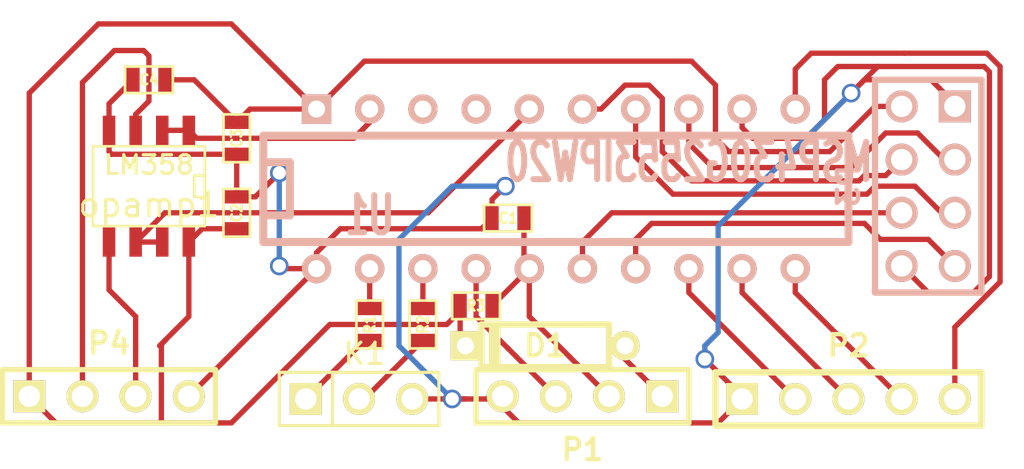
<source format=kicad_pcb>
(kicad_pcb (version 3) (host pcbnew "(2013-04-19 BZR 4011)-stable")

  (general
    (links 43)
    (no_connects 0)
    (area 0 0 0 0)
    (thickness 1.6)
    (drawings 0)
    (tracks 182)
    (zones 0)
    (modules 15)
    (nets 24)
  )

  (page A3)
  (layers
    (15 F.Cu signal)
    (0 B.Cu signal)
    (16 B.Adhes user)
    (17 F.Adhes user)
    (18 B.Paste user)
    (19 F.Paste user)
    (20 B.SilkS user)
    (21 F.SilkS user)
    (22 B.Mask user)
    (23 F.Mask user)
    (24 Dwgs.User user)
    (25 Cmts.User user)
    (26 Eco1.User user)
    (27 Eco2.User user)
    (28 Edge.Cuts user)
  )

  (setup
    (last_trace_width 0.254)
    (trace_clearance 0.254)
    (zone_clearance 0.508)
    (zone_45_only no)
    (trace_min 0.254)
    (segment_width 0.2)
    (edge_width 0.1)
    (via_size 0.889)
    (via_drill 0.635)
    (via_min_size 0.889)
    (via_min_drill 0.508)
    (uvia_size 0.508)
    (uvia_drill 0.127)
    (uvias_allowed no)
    (uvia_min_size 0.508)
    (uvia_min_drill 0.127)
    (pcb_text_width 0.3)
    (pcb_text_size 1.5 1.5)
    (mod_edge_width 0.15)
    (mod_text_size 1 1)
    (mod_text_width 0.15)
    (pad_size 1.5 1.5)
    (pad_drill 0.6)
    (pad_to_mask_clearance 0)
    (aux_axis_origin 0 0)
    (visible_elements 7FFFFFFF)
    (pcbplotparams
      (layerselection 3178497)
      (usegerberextensions true)
      (excludeedgelayer true)
      (linewidth 0)
      (plotframeref false)
      (viasonmask false)
      (mode 1)
      (useauxorigin false)
      (hpglpennumber 1)
      (hpglpenspeed 20)
      (hpglpendiameter 15)
      (hpglpenoverlay 2)
      (psnegative false)
      (psa4output false)
      (plotreference true)
      (plotvalue true)
      (plotothertext true)
      (plotinvisibletext false)
      (padsonsilk false)
      (subtractmaskfromsilk false)
      (outputformat 1)
      (mirror false)
      (drillshape 1)
      (scaleselection 1)
      (outputdirectory ""))
  )

  (net 0 "")
  (net 1 +3.3V)
  (net 2 /!RST)
  (net 3 /ADC_DRIVE)
  (net 4 /ADC_STEER)
  (net 5 /B1)
  (net 6 /B2)
  (net 7 /B3)
  (net 8 /B4)
  (net 9 /CE)
  (net 10 /CLK)
  (net 11 /CS)
  (net 12 /IRQ)
  (net 13 /LED1)
  (net 14 /LED2)
  (net 15 /MISO)
  (net 16 /MOSI)
  (net 17 /POT_DRIVE)
  (net 18 /POT_STEER)
  (net 19 /TEST)
  (net 20 GND)
  (net 21 N-0000025)
  (net 22 N-000007)
  (net 23 N-000008)

  (net_class Default "This is the default net class."
    (clearance 0.254)
    (trace_width 0.254)
    (via_dia 0.889)
    (via_drill 0.635)
    (uvia_dia 0.508)
    (uvia_drill 0.127)
    (add_net "")
    (add_net +3.3V)
    (add_net /!RST)
    (add_net /ADC_DRIVE)
    (add_net /ADC_STEER)
    (add_net /B1)
    (add_net /B2)
    (add_net /B3)
    (add_net /B4)
    (add_net /CE)
    (add_net /CLK)
    (add_net /CS)
    (add_net /IRQ)
    (add_net /LED1)
    (add_net /LED2)
    (add_net /MISO)
    (add_net /MOSI)
    (add_net /POT_DRIVE)
    (add_net /POT_STEER)
    (add_net /TEST)
    (add_net GND)
    (add_net N-0000025)
    (add_net N-000007)
    (add_net N-000008)
  )

  (module SM0603 (layer F.Cu) (tedit 4E43A3D1) (tstamp 519DC7C0)
    (at 250.952 172.974 180)
    (path /518FD277)
    (attr smd)
    (fp_text reference C1 (at 0 0 180) (layer F.SilkS)
      (effects (font (size 0.508 0.4572) (thickness 0.1143)))
    )
    (fp_text value C (at 0 0 180) (layer F.SilkS) hide
      (effects (font (size 0.508 0.4572) (thickness 0.1143)))
    )
    (fp_line (start -1.143 -0.635) (end 1.143 -0.635) (layer F.SilkS) (width 0.127))
    (fp_line (start 1.143 -0.635) (end 1.143 0.635) (layer F.SilkS) (width 0.127))
    (fp_line (start 1.143 0.635) (end -1.143 0.635) (layer F.SilkS) (width 0.127))
    (fp_line (start -1.143 0.635) (end -1.143 -0.635) (layer F.SilkS) (width 0.127))
    (pad 1 smd rect (at -0.762 0 180) (size 0.635 1.143)
      (layers F.Cu F.Paste F.Mask)
      (net 2 /!RST)
    )
    (pad 2 smd rect (at 0.762 0 180) (size 0.635 1.143)
      (layers F.Cu F.Paste F.Mask)
      (net 20 GND)
    )
    (model smd\resistors\R0603.wrl
      (at (xyz 0 0 0.001))
      (scale (xyz 0.5 0.5 0.5))
      (rotate (xyz 0 0 0))
    )
  )

  (module SM0603 (layer F.Cu) (tedit 4E43A3D1) (tstamp 519DC7CA)
    (at 237.998 172.72 90)
    (path /518FD268)
    (attr smd)
    (fp_text reference C2 (at 0 0 90) (layer F.SilkS)
      (effects (font (size 0.508 0.4572) (thickness 0.1143)))
    )
    (fp_text value C (at 0 0 90) (layer F.SilkS) hide
      (effects (font (size 0.508 0.4572) (thickness 0.1143)))
    )
    (fp_line (start -1.143 -0.635) (end 1.143 -0.635) (layer F.SilkS) (width 0.127))
    (fp_line (start 1.143 -0.635) (end 1.143 0.635) (layer F.SilkS) (width 0.127))
    (fp_line (start 1.143 0.635) (end -1.143 0.635) (layer F.SilkS) (width 0.127))
    (fp_line (start -1.143 0.635) (end -1.143 -0.635) (layer F.SilkS) (width 0.127))
    (pad 1 smd rect (at -0.762 0 90) (size 0.635 1.143)
      (layers F.Cu F.Paste F.Mask)
      (net 1 +3.3V)
    )
    (pad 2 smd rect (at 0.762 0 90) (size 0.635 1.143)
      (layers F.Cu F.Paste F.Mask)
      (net 20 GND)
    )
    (model smd\resistors\R0603.wrl
      (at (xyz 0 0 0.001))
      (scale (xyz 0.5 0.5 0.5))
      (rotate (xyz 0 0 0))
    )
  )

  (module SM0603 (layer F.Cu) (tedit 4E43A3D1) (tstamp 519DC7D4)
    (at 237.998 169.164 270)
    (path /518FDFC2)
    (attr smd)
    (fp_text reference C3 (at 0 0 270) (layer F.SilkS)
      (effects (font (size 0.508 0.4572) (thickness 0.1143)))
    )
    (fp_text value C (at 0 0 270) (layer F.SilkS) hide
      (effects (font (size 0.508 0.4572) (thickness 0.1143)))
    )
    (fp_line (start -1.143 -0.635) (end 1.143 -0.635) (layer F.SilkS) (width 0.127))
    (fp_line (start 1.143 -0.635) (end 1.143 0.635) (layer F.SilkS) (width 0.127))
    (fp_line (start 1.143 0.635) (end -1.143 0.635) (layer F.SilkS) (width 0.127))
    (fp_line (start -1.143 0.635) (end -1.143 -0.635) (layer F.SilkS) (width 0.127))
    (pad 1 smd rect (at -0.762 0 270) (size 0.635 1.143)
      (layers F.Cu F.Paste F.Mask)
      (net 1 +3.3V)
    )
    (pad 2 smd rect (at 0.762 0 270) (size 0.635 1.143)
      (layers F.Cu F.Paste F.Mask)
      (net 20 GND)
    )
    (model smd\resistors\R0603.wrl
      (at (xyz 0 0 0.001))
      (scale (xyz 0.5 0.5 0.5))
      (rotate (xyz 0 0 0))
    )
  )

  (module SM0603 (layer F.Cu) (tedit 4E43A3D1) (tstamp 519DC7DE)
    (at 233.807 166.37 180)
    (path /518FD259)
    (attr smd)
    (fp_text reference C4 (at 0 0 180) (layer F.SilkS)
      (effects (font (size 0.508 0.4572) (thickness 0.1143)))
    )
    (fp_text value C (at 0 0 180) (layer F.SilkS) hide
      (effects (font (size 0.508 0.4572) (thickness 0.1143)))
    )
    (fp_line (start -1.143 -0.635) (end 1.143 -0.635) (layer F.SilkS) (width 0.127))
    (fp_line (start 1.143 -0.635) (end 1.143 0.635) (layer F.SilkS) (width 0.127))
    (fp_line (start 1.143 0.635) (end -1.143 0.635) (layer F.SilkS) (width 0.127))
    (fp_line (start -1.143 0.635) (end -1.143 -0.635) (layer F.SilkS) (width 0.127))
    (pad 1 smd rect (at -0.762 0 180) (size 0.635 1.143)
      (layers F.Cu F.Paste F.Mask)
      (net 1 +3.3V)
    )
    (pad 2 smd rect (at 0.762 0 180) (size 0.635 1.143)
      (layers F.Cu F.Paste F.Mask)
      (net 20 GND)
    )
    (model smd\resistors\R0603.wrl
      (at (xyz 0 0 0.001))
      (scale (xyz 0.5 0.5 0.5))
      (rotate (xyz 0 0 0))
    )
  )

  (module D3 (layer F.Cu) (tedit 200000) (tstamp 519DC7EE)
    (at 252.73 179.07 180)
    (descr "Diode 3 pas")
    (tags "DIODE DEV")
    (path /518FD70E)
    (fp_text reference D1 (at 0 0 180) (layer F.SilkS)
      (effects (font (size 1.016 1.016) (thickness 0.2032)))
    )
    (fp_text value DIODE (at 0 0 180) (layer F.SilkS) hide
      (effects (font (size 1.016 1.016) (thickness 0.2032)))
    )
    (fp_line (start 3.81 0) (end 3.048 0) (layer F.SilkS) (width 0.3048))
    (fp_line (start 3.048 0) (end 3.048 -1.016) (layer F.SilkS) (width 0.3048))
    (fp_line (start 3.048 -1.016) (end -3.048 -1.016) (layer F.SilkS) (width 0.3048))
    (fp_line (start -3.048 -1.016) (end -3.048 0) (layer F.SilkS) (width 0.3048))
    (fp_line (start -3.048 0) (end -3.81 0) (layer F.SilkS) (width 0.3048))
    (fp_line (start -3.048 0) (end -3.048 1.016) (layer F.SilkS) (width 0.3048))
    (fp_line (start -3.048 1.016) (end 3.048 1.016) (layer F.SilkS) (width 0.3048))
    (fp_line (start 3.048 1.016) (end 3.048 0) (layer F.SilkS) (width 0.3048))
    (fp_line (start 2.54 -1.016) (end 2.54 1.016) (layer F.SilkS) (width 0.3048))
    (fp_line (start 2.286 1.016) (end 2.286 -1.016) (layer F.SilkS) (width 0.3048))
    (pad 2 thru_hole rect (at 3.81 0 180) (size 1.397 1.397) (drill 0.8128)
      (layers *.Cu *.Mask F.SilkS)
      (net 1 +3.3V)
    )
    (pad 1 thru_hole circle (at -3.81 0 180) (size 1.397 1.397) (drill 0.8128)
      (layers *.Cu *.Mask F.SilkS)
      (net 21 N-0000025)
    )
    (model discret/diode.wrl
      (at (xyz 0 0 0))
      (scale (xyz 0.3 0.3 0.3))
      (rotate (xyz 0 0 0))
    )
  )

  (module PIN_ARRAY_3X1 (layer F.Cu) (tedit 4C1130E0) (tstamp 519DC7FA)
    (at 243.84 181.61)
    (descr "Connecteur 3 pins")
    (tags "CONN DEV")
    (path /519DC062)
    (fp_text reference K1 (at 0.254 -2.159) (layer F.SilkS)
      (effects (font (size 1.016 1.016) (thickness 0.1524)))
    )
    (fp_text value CONN_3 (at 0 -2.159) (layer F.SilkS) hide
      (effects (font (size 1.016 1.016) (thickness 0.1524)))
    )
    (fp_line (start -3.81 1.27) (end -3.81 -1.27) (layer F.SilkS) (width 0.1524))
    (fp_line (start -3.81 -1.27) (end 3.81 -1.27) (layer F.SilkS) (width 0.1524))
    (fp_line (start 3.81 -1.27) (end 3.81 1.27) (layer F.SilkS) (width 0.1524))
    (fp_line (start 3.81 1.27) (end -3.81 1.27) (layer F.SilkS) (width 0.1524))
    (fp_line (start -1.27 -1.27) (end -1.27 1.27) (layer F.SilkS) (width 0.1524))
    (pad 1 thru_hole rect (at -2.54 0) (size 1.524 1.524) (drill 1.016)
      (layers *.Cu *.Mask F.SilkS)
      (net 22 N-000007)
    )
    (pad 2 thru_hole circle (at 0 0) (size 1.524 1.524) (drill 1.016)
      (layers *.Cu *.Mask F.SilkS)
      (net 23 N-000008)
    )
    (pad 3 thru_hole circle (at 2.54 0) (size 1.524 1.524) (drill 1.016)
      (layers *.Cu *.Mask F.SilkS)
      (net 20 GND)
    )
    (model pin_array/pins_array_3x1.wrl
      (at (xyz 0 0 0))
      (scale (xyz 1 1 1))
      (rotate (xyz 0 0 0))
    )
  )

  (module SO8E (layer F.Cu) (tedit 4F33A5C7) (tstamp 519DC80E)
    (at 233.807 171.45 180)
    (descr "module CMS SOJ 8 pins etroit")
    (tags "CMS SOJ")
    (path /518FDF82)
    (attr smd)
    (fp_text reference opamp1 (at 0 -0.889 180) (layer F.SilkS)
      (effects (font (size 1.143 1.143) (thickness 0.1524)))
    )
    (fp_text value LM358 (at 0 1.016 180) (layer F.SilkS)
      (effects (font (size 0.889 0.889) (thickness 0.1524)))
    )
    (fp_line (start -2.667 1.778) (end -2.667 1.905) (layer F.SilkS) (width 0.127))
    (fp_line (start -2.667 1.905) (end 2.667 1.905) (layer F.SilkS) (width 0.127))
    (fp_line (start 2.667 -1.905) (end -2.667 -1.905) (layer F.SilkS) (width 0.127))
    (fp_line (start -2.667 -1.905) (end -2.667 1.778) (layer F.SilkS) (width 0.127))
    (fp_line (start -2.667 -0.508) (end -2.159 -0.508) (layer F.SilkS) (width 0.127))
    (fp_line (start -2.159 -0.508) (end -2.159 0.508) (layer F.SilkS) (width 0.127))
    (fp_line (start -2.159 0.508) (end -2.667 0.508) (layer F.SilkS) (width 0.127))
    (fp_line (start 2.667 -1.905) (end 2.667 1.905) (layer F.SilkS) (width 0.127))
    (pad 8 smd rect (at -1.905 -2.667 180) (size 0.59944 1.39954)
      (layers F.Cu F.Paste F.Mask)
      (net 1 +3.3V)
    )
    (pad 1 smd rect (at -1.905 2.667 180) (size 0.59944 1.39954)
      (layers F.Cu F.Paste F.Mask)
      (net 3 /ADC_DRIVE)
    )
    (pad 7 smd rect (at -0.635 -2.667 180) (size 0.59944 1.39954)
      (layers F.Cu F.Paste F.Mask)
      (net 4 /ADC_STEER)
    )
    (pad 6 smd rect (at 0.635 -2.667 180) (size 0.59944 1.39954)
      (layers F.Cu F.Paste F.Mask)
      (net 4 /ADC_STEER)
    )
    (pad 5 smd rect (at 1.905 -2.667 180) (size 0.59944 1.39954)
      (layers F.Cu F.Paste F.Mask)
      (net 18 /POT_STEER)
    )
    (pad 2 smd rect (at -0.635 2.667 180) (size 0.59944 1.39954)
      (layers F.Cu F.Paste F.Mask)
      (net 3 /ADC_DRIVE)
    )
    (pad 3 smd rect (at 0.635 2.667 180) (size 0.59944 1.39954)
      (layers F.Cu F.Paste F.Mask)
      (net 17 /POT_DRIVE)
    )
    (pad 4 smd rect (at 1.905 2.667 180) (size 0.59944 1.39954)
      (layers F.Cu F.Paste F.Mask)
      (net 20 GND)
    )
    (model smd/cms_so8.wrl
      (at (xyz 0 0 0))
      (scale (xyz 0.5 0.32 0.5))
      (rotate (xyz 0 0 0))
    )
  )

  (module PIN_ARRAY_4x1 (layer F.Cu) (tedit 4C10F42E) (tstamp 519DC81A)
    (at 254.508 181.483 180)
    (descr "Double rangee de contacts 2 x 5 pins")
    (tags CONN)
    (path /518FD6A5)
    (fp_text reference P1 (at 0 -2.54 180) (layer F.SilkS)
      (effects (font (size 1.016 1.016) (thickness 0.2032)))
    )
    (fp_text value CONN_4 (at 0 2.54 180) (layer F.SilkS) hide
      (effects (font (size 1.016 1.016) (thickness 0.2032)))
    )
    (fp_line (start 5.08 1.27) (end -5.08 1.27) (layer F.SilkS) (width 0.254))
    (fp_line (start 5.08 -1.27) (end -5.08 -1.27) (layer F.SilkS) (width 0.254))
    (fp_line (start -5.08 -1.27) (end -5.08 1.27) (layer F.SilkS) (width 0.254))
    (fp_line (start 5.08 1.27) (end 5.08 -1.27) (layer F.SilkS) (width 0.254))
    (pad 1 thru_hole rect (at -3.81 0 180) (size 1.524 1.524) (drill 1.016)
      (layers *.Cu *.Mask F.SilkS)
      (net 21 N-0000025)
    )
    (pad 2 thru_hole circle (at -1.27 0 180) (size 1.524 1.524) (drill 1.016)
      (layers *.Cu *.Mask F.SilkS)
      (net 2 /!RST)
    )
    (pad 3 thru_hole circle (at 1.27 0 180) (size 1.524 1.524) (drill 1.016)
      (layers *.Cu *.Mask F.SilkS)
      (net 19 /TEST)
    )
    (pad 4 thru_hole circle (at 3.81 0 180) (size 1.524 1.524) (drill 1.016)
      (layers *.Cu *.Mask F.SilkS)
      (net 20 GND)
    )
    (model pin_array\pins_array_4x1.wrl
      (at (xyz 0 0 0))
      (scale (xyz 1 1 1))
      (rotate (xyz 0 0 0))
    )
  )

  (module PIN_ARRAY_5x1 (layer F.Cu) (tedit 45976D86) (tstamp 519DC827)
    (at 267.208 181.61)
    (descr "Double rangee de contacts 2 x 5 pins")
    (tags CONN)
    (path /519DC0DA)
    (fp_text reference P2 (at 0 -2.54) (layer F.SilkS)
      (effects (font (size 1.016 1.016) (thickness 0.2032)))
    )
    (fp_text value CONN_5 (at 0 2.54) (layer F.SilkS) hide
      (effects (font (size 1.016 1.016) (thickness 0.2032)))
    )
    (fp_line (start -6.35 -1.27) (end -6.35 1.27) (layer F.SilkS) (width 0.3048))
    (fp_line (start 6.35 1.27) (end 6.35 -1.27) (layer F.SilkS) (width 0.3048))
    (fp_line (start -6.35 -1.27) (end 6.35 -1.27) (layer F.SilkS) (width 0.3048))
    (fp_line (start 6.35 1.27) (end -6.35 1.27) (layer F.SilkS) (width 0.3048))
    (pad 1 thru_hole rect (at -5.08 0) (size 1.524 1.524) (drill 1.016)
      (layers *.Cu *.Mask F.SilkS)
      (net 20 GND)
    )
    (pad 2 thru_hole circle (at -2.54 0) (size 1.524 1.524) (drill 1.016)
      (layers *.Cu *.Mask F.SilkS)
      (net 8 /B4)
    )
    (pad 3 thru_hole circle (at 0 0) (size 1.524 1.524) (drill 1.016)
      (layers *.Cu *.Mask F.SilkS)
      (net 7 /B3)
    )
    (pad 4 thru_hole circle (at 2.54 0) (size 1.524 1.524) (drill 1.016)
      (layers *.Cu *.Mask F.SilkS)
      (net 6 /B2)
    )
    (pad 5 thru_hole circle (at 5.08 0) (size 1.524 1.524) (drill 1.016)
      (layers *.Cu *.Mask F.SilkS)
      (net 5 /B1)
    )
    (model pin_array/pins_array_5x1.wrl
      (at (xyz 0 0 0))
      (scale (xyz 1 1 1))
      (rotate (xyz 0 0 0))
    )
  )

  (module pin_array_4x2 (layer B.Cu) (tedit 3FAB90E6) (tstamp 519DC837)
    (at 271.018 171.45 270)
    (descr "Double rangee de contacts 2 x 4 pins")
    (tags CONN)
    (path /518FD834)
    (fp_text reference P3 (at 0 3.81 270) (layer B.SilkS)
      (effects (font (size 1.016 1.016) (thickness 0.2032)) (justify mirror))
    )
    (fp_text value CONN_4X2 (at 0 -3.81 270) (layer B.SilkS) hide
      (effects (font (size 1.016 1.016) (thickness 0.2032)) (justify mirror))
    )
    (fp_line (start -5.08 2.54) (end 5.08 2.54) (layer B.SilkS) (width 0.3048))
    (fp_line (start 5.08 2.54) (end 5.08 -2.54) (layer B.SilkS) (width 0.3048))
    (fp_line (start 5.08 -2.54) (end -5.08 -2.54) (layer B.SilkS) (width 0.3048))
    (fp_line (start -5.08 -2.54) (end -5.08 2.54) (layer B.SilkS) (width 0.3048))
    (pad 1 thru_hole rect (at -3.81 -1.27 270) (size 1.524 1.524) (drill 1.016)
      (layers *.Cu *.Mask B.SilkS)
      (net 20 GND)
    )
    (pad 2 thru_hole circle (at -3.81 1.27 270) (size 1.524 1.524) (drill 1.016)
      (layers *.Cu *.Mask B.SilkS)
      (net 1 +3.3V)
    )
    (pad 3 thru_hole circle (at -1.27 -1.27 270) (size 1.524 1.524) (drill 1.016)
      (layers *.Cu *.Mask B.SilkS)
      (net 9 /CE)
    )
    (pad 4 thru_hole circle (at -1.27 1.27 270) (size 1.524 1.524) (drill 1.016)
      (layers *.Cu *.Mask B.SilkS)
      (net 11 /CS)
    )
    (pad 5 thru_hole circle (at 1.27 -1.27 270) (size 1.524 1.524) (drill 1.016)
      (layers *.Cu *.Mask B.SilkS)
      (net 10 /CLK)
    )
    (pad 6 thru_hole circle (at 1.27 1.27 270) (size 1.524 1.524) (drill 1.016)
      (layers *.Cu *.Mask B.SilkS)
      (net 16 /MOSI)
    )
    (pad 7 thru_hole circle (at 3.81 -1.27 270) (size 1.524 1.524) (drill 1.016)
      (layers *.Cu *.Mask B.SilkS)
      (net 15 /MISO)
    )
    (pad 8 thru_hole circle (at 3.81 1.27 270) (size 1.524 1.524) (drill 1.016)
      (layers *.Cu *.Mask B.SilkS)
      (net 12 /IRQ)
    )
    (model pin_array/pins_array_4x2.wrl
      (at (xyz 0 0 0))
      (scale (xyz 1 1 1))
      (rotate (xyz 0 0 0))
    )
  )

  (module PIN_ARRAY_4x1 (layer F.Cu) (tedit 4C10F42E) (tstamp 519DC843)
    (at 231.902 181.483)
    (descr "Double rangee de contacts 2 x 5 pins")
    (tags CONN)
    (path /519DC471)
    (fp_text reference P4 (at 0 -2.54) (layer F.SilkS)
      (effects (font (size 1.016 1.016) (thickness 0.2032)))
    )
    (fp_text value CONN_4 (at 0 2.54) (layer F.SilkS) hide
      (effects (font (size 1.016 1.016) (thickness 0.2032)))
    )
    (fp_line (start 5.08 1.27) (end -5.08 1.27) (layer F.SilkS) (width 0.254))
    (fp_line (start 5.08 -1.27) (end -5.08 -1.27) (layer F.SilkS) (width 0.254))
    (fp_line (start -5.08 -1.27) (end -5.08 1.27) (layer F.SilkS) (width 0.254))
    (fp_line (start 5.08 1.27) (end 5.08 -1.27) (layer F.SilkS) (width 0.254))
    (pad 1 thru_hole rect (at -3.81 0) (size 1.524 1.524) (drill 1.016)
      (layers *.Cu *.Mask F.SilkS)
      (net 1 +3.3V)
    )
    (pad 2 thru_hole circle (at -1.27 0) (size 1.524 1.524) (drill 1.016)
      (layers *.Cu *.Mask F.SilkS)
      (net 17 /POT_DRIVE)
    )
    (pad 3 thru_hole circle (at 1.27 0) (size 1.524 1.524) (drill 1.016)
      (layers *.Cu *.Mask F.SilkS)
      (net 18 /POT_STEER)
    )
    (pad 4 thru_hole circle (at 3.81 0) (size 1.524 1.524) (drill 1.016)
      (layers *.Cu *.Mask F.SilkS)
      (net 20 GND)
    )
    (model pin_array\pins_array_4x1.wrl
      (at (xyz 0 0 0))
      (scale (xyz 1 1 1))
      (rotate (xyz 0 0 0))
    )
  )

  (module SM0603 (layer F.Cu) (tedit 4E43A3D1) (tstamp 519DC84D)
    (at 244.348 178.054 270)
    (path /519DBFA6)
    (attr smd)
    (fp_text reference R1 (at 0 0 270) (layer F.SilkS)
      (effects (font (size 0.508 0.4572) (thickness 0.1143)))
    )
    (fp_text value R (at 0 0 270) (layer F.SilkS) hide
      (effects (font (size 0.508 0.4572) (thickness 0.1143)))
    )
    (fp_line (start -1.143 -0.635) (end 1.143 -0.635) (layer F.SilkS) (width 0.127))
    (fp_line (start 1.143 -0.635) (end 1.143 0.635) (layer F.SilkS) (width 0.127))
    (fp_line (start 1.143 0.635) (end -1.143 0.635) (layer F.SilkS) (width 0.127))
    (fp_line (start -1.143 0.635) (end -1.143 -0.635) (layer F.SilkS) (width 0.127))
    (pad 1 smd rect (at -0.762 0 270) (size 0.635 1.143)
      (layers F.Cu F.Paste F.Mask)
      (net 13 /LED1)
    )
    (pad 2 smd rect (at 0.762 0 270) (size 0.635 1.143)
      (layers F.Cu F.Paste F.Mask)
      (net 22 N-000007)
    )
    (model smd\resistors\R0603.wrl
      (at (xyz 0 0 0.001))
      (scale (xyz 0.5 0.5 0.5))
      (rotate (xyz 0 0 0))
    )
  )

  (module SM0603 (layer F.Cu) (tedit 4E43A3D1) (tstamp 519DC857)
    (at 246.888 178.054 270)
    (path /519DBFB5)
    (attr smd)
    (fp_text reference R2 (at 0 0 270) (layer F.SilkS)
      (effects (font (size 0.508 0.4572) (thickness 0.1143)))
    )
    (fp_text value R (at 0 0 270) (layer F.SilkS) hide
      (effects (font (size 0.508 0.4572) (thickness 0.1143)))
    )
    (fp_line (start -1.143 -0.635) (end 1.143 -0.635) (layer F.SilkS) (width 0.127))
    (fp_line (start 1.143 -0.635) (end 1.143 0.635) (layer F.SilkS) (width 0.127))
    (fp_line (start 1.143 0.635) (end -1.143 0.635) (layer F.SilkS) (width 0.127))
    (fp_line (start -1.143 0.635) (end -1.143 -0.635) (layer F.SilkS) (width 0.127))
    (pad 1 smd rect (at -0.762 0 270) (size 0.635 1.143)
      (layers F.Cu F.Paste F.Mask)
      (net 14 /LED2)
    )
    (pad 2 smd rect (at 0.762 0 270) (size 0.635 1.143)
      (layers F.Cu F.Paste F.Mask)
      (net 23 N-000008)
    )
    (model smd\resistors\R0603.wrl
      (at (xyz 0 0 0.001))
      (scale (xyz 0.5 0.5 0.5))
      (rotate (xyz 0 0 0))
    )
  )

  (module SM0603 (layer F.Cu) (tedit 4E43A3D1) (tstamp 519DC861)
    (at 249.428 177.165)
    (path /518FD313)
    (attr smd)
    (fp_text reference R3 (at 0 0) (layer F.SilkS)
      (effects (font (size 0.508 0.4572) (thickness 0.1143)))
    )
    (fp_text value R (at 0 0) (layer F.SilkS) hide
      (effects (font (size 0.508 0.4572) (thickness 0.1143)))
    )
    (fp_line (start -1.143 -0.635) (end 1.143 -0.635) (layer F.SilkS) (width 0.127))
    (fp_line (start 1.143 -0.635) (end 1.143 0.635) (layer F.SilkS) (width 0.127))
    (fp_line (start 1.143 0.635) (end -1.143 0.635) (layer F.SilkS) (width 0.127))
    (fp_line (start -1.143 0.635) (end -1.143 -0.635) (layer F.SilkS) (width 0.127))
    (pad 1 smd rect (at -0.762 0) (size 0.635 1.143)
      (layers F.Cu F.Paste F.Mask)
      (net 1 +3.3V)
    )
    (pad 2 smd rect (at 0.762 0) (size 0.635 1.143)
      (layers F.Cu F.Paste F.Mask)
      (net 2 /!RST)
    )
    (model smd\resistors\R0603.wrl
      (at (xyz 0 0 0.001))
      (scale (xyz 0.5 0.5 0.5))
      (rotate (xyz 0 0 0))
    )
  )

  (module DIP-20__300 (layer B.Cu) (tedit 200000) (tstamp 519DC880)
    (at 253.238 171.577)
    (descr "20 pins DIL package, round pads")
    (tags DIL)
    (path /518FD4C8)
    (fp_text reference U1 (at -8.89 1.27) (layer B.SilkS)
      (effects (font (size 1.778 1.143) (thickness 0.3048)) (justify mirror))
    )
    (fp_text value MSP430G2553IPW20 (at 6.35 -1.27) (layer B.SilkS)
      (effects (font (size 1.778 1.143) (thickness 0.3048)) (justify mirror))
    )
    (fp_line (start -13.97 1.27) (end -12.7 1.27) (layer B.SilkS) (width 0.381))
    (fp_line (start -12.7 1.27) (end -12.7 -1.27) (layer B.SilkS) (width 0.381))
    (fp_line (start -12.7 -1.27) (end -13.97 -1.27) (layer B.SilkS) (width 0.381))
    (fp_line (start -13.97 2.54) (end 13.97 2.54) (layer B.SilkS) (width 0.381))
    (fp_line (start 13.97 2.54) (end 13.97 -2.54) (layer B.SilkS) (width 0.381))
    (fp_line (start 13.97 -2.54) (end -13.97 -2.54) (layer B.SilkS) (width 0.381))
    (fp_line (start -13.97 -2.54) (end -13.97 2.54) (layer B.SilkS) (width 0.381))
    (pad 1 thru_hole rect (at -11.43 -3.81) (size 1.397 1.397) (drill 0.8128)
      (layers *.Cu *.Mask B.SilkS)
      (net 1 +3.3V)
    )
    (pad 2 thru_hole circle (at -8.89 -3.81) (size 1.397 1.397) (drill 0.8128)
      (layers *.Cu *.Mask B.SilkS)
      (net 3 /ADC_DRIVE)
    )
    (pad 3 thru_hole circle (at -6.35 -3.81) (size 1.397 1.397) (drill 0.8128)
      (layers *.Cu *.Mask B.SilkS)
    )
    (pad 4 thru_hole circle (at -3.81 -3.81) (size 1.397 1.397) (drill 0.8128)
      (layers *.Cu *.Mask B.SilkS)
    )
    (pad 5 thru_hole circle (at -1.27 -3.81) (size 1.397 1.397) (drill 0.8128)
      (layers *.Cu *.Mask B.SilkS)
      (net 4 /ADC_STEER)
    )
    (pad 6 thru_hole circle (at 1.27 -3.81) (size 1.397 1.397) (drill 0.8128)
      (layers *.Cu *.Mask B.SilkS)
      (net 11 /CS)
    )
    (pad 7 thru_hole circle (at 3.81 -3.81) (size 1.397 1.397) (drill 0.8128)
      (layers *.Cu *.Mask B.SilkS)
      (net 10 /CLK)
    )
    (pad 8 thru_hole circle (at 6.35 -3.81) (size 1.397 1.397) (drill 0.8128)
      (layers *.Cu *.Mask B.SilkS)
      (net 9 /CE)
    )
    (pad 9 thru_hole circle (at 8.89 -3.81) (size 1.397 1.397) (drill 0.8128)
      (layers *.Cu *.Mask B.SilkS)
      (net 12 /IRQ)
    )
    (pad 10 thru_hole circle (at 11.43 -3.81) (size 1.397 1.397) (drill 0.8128)
      (layers *.Cu *.Mask B.SilkS)
      (net 5 /B1)
    )
    (pad 11 thru_hole circle (at 11.43 3.81) (size 1.397 1.397) (drill 0.8128)
      (layers *.Cu *.Mask B.SilkS)
      (net 6 /B2)
    )
    (pad 12 thru_hole circle (at 8.89 3.81) (size 1.397 1.397) (drill 0.8128)
      (layers *.Cu *.Mask B.SilkS)
      (net 7 /B3)
    )
    (pad 13 thru_hole circle (at 6.35 3.81) (size 1.397 1.397) (drill 0.8128)
      (layers *.Cu *.Mask B.SilkS)
      (net 8 /B4)
    )
    (pad 14 thru_hole circle (at 3.81 3.81) (size 1.397 1.397) (drill 0.8128)
      (layers *.Cu *.Mask B.SilkS)
      (net 15 /MISO)
    )
    (pad 15 thru_hole circle (at 1.27 3.81) (size 1.397 1.397) (drill 0.8128)
      (layers *.Cu *.Mask B.SilkS)
      (net 16 /MOSI)
    )
    (pad 16 thru_hole circle (at -1.27 3.81) (size 1.397 1.397) (drill 0.8128)
      (layers *.Cu *.Mask B.SilkS)
      (net 2 /!RST)
    )
    (pad 17 thru_hole circle (at -3.81 3.81) (size 1.397 1.397) (drill 0.8128)
      (layers *.Cu *.Mask B.SilkS)
      (net 19 /TEST)
    )
    (pad 18 thru_hole circle (at -6.35 3.81) (size 1.397 1.397) (drill 0.8128)
      (layers *.Cu *.Mask B.SilkS)
      (net 14 /LED2)
    )
    (pad 19 thru_hole circle (at -8.89 3.81) (size 1.397 1.397) (drill 0.8128)
      (layers *.Cu *.Mask B.SilkS)
      (net 13 /LED1)
    )
    (pad 20 thru_hole circle (at -11.43 3.81) (size 1.397 1.397) (drill 0.8128)
      (layers *.Cu *.Mask B.SilkS)
      (net 20 GND)
    )
    (model dil/dil_20.wrl
      (at (xyz 0 0 0))
      (scale (xyz 1 1 1))
      (rotate (xyz 0 0 0))
    )
  )

  (segment (start 234.4 182.753) (end 234.4 179) (width 0.254) (layer F.Cu) (net 1))
  (segment (start 234.6 178.8) (end 234.6 178.785) (width 0.254) (layer F.Cu) (net 1) (tstamp 51A0EF36))
  (segment (start 234.4 179) (end 234.6 178.8) (width 0.254) (layer F.Cu) (net 1) (tstamp 51A0EF33))
  (segment (start 235.712 174.117) (end 235.712 177.673) (width 0.254) (layer F.Cu) (net 1) (status 400000))
  (segment (start 235.712 177.673) (end 234.6 178.785) (width 0.254) (layer F.Cu) (net 1) (tstamp 51A0EF1A))
  (segment (start 234.6 178.785) (end 234.315 179.07) (width 0.254) (layer F.Cu) (net 1) (tstamp 51A0EF37))
  (segment (start 248.666 177.165) (end 248.666 178.816) (width 0.254) (layer F.Cu) (net 1))
  (segment (start 248.666 178.816) (end 248.92 179.07) (width 0.254) (layer F.Cu) (net 1) (tstamp 51A0ED0B))
  (segment (start 248.666 177.165) (end 248.666 177.419) (width 0.254) (layer F.Cu) (net 1))
  (segment (start 229.362 182.753) (end 228.092 181.483) (width 0.254) (layer F.Cu) (net 1) (tstamp 519DD153))
  (segment (start 237.744 182.753) (end 234.4 182.753) (width 0.254) (layer F.Cu) (net 1) (tstamp 519DD151))
  (segment (start 234.4 182.753) (end 229.362 182.753) (width 0.254) (layer F.Cu) (net 1) (tstamp 51A0EF31))
  (segment (start 242.443 178.054) (end 237.744 182.753) (width 0.254) (layer F.Cu) (net 1) (tstamp 519DD14F))
  (segment (start 248.031 178.054) (end 242.443 178.054) (width 0.254) (layer F.Cu) (net 1) (tstamp 519DD14E))
  (segment (start 248.666 177.419) (end 248.031 178.054) (width 0.254) (layer F.Cu) (net 1) (tstamp 519DD14D))
  (segment (start 241.808 167.767) (end 238.633 167.767) (width 0.254) (layer F.Cu) (net 1))
  (segment (start 238.633 167.767) (end 237.998 168.402) (width 0.254) (layer F.Cu) (net 1) (tstamp 519DD0DE))
  (segment (start 234.569 166.37) (end 235.966 166.37) (width 0.254) (layer F.Cu) (net 1))
  (segment (start 235.966 166.37) (end 237.998 168.402) (width 0.254) (layer F.Cu) (net 1) (tstamp 519DD0DA))
  (segment (start 228.092 181.483) (end 228.092 167.005) (width 0.254) (layer F.Cu) (net 1))
  (segment (start 237.744 163.703) (end 241.808 167.767) (width 0.254) (layer F.Cu) (net 1) (tstamp 519DD08B))
  (segment (start 231.394 163.703) (end 237.744 163.703) (width 0.254) (layer F.Cu) (net 1) (tstamp 519DD089))
  (segment (start 228.092 167.005) (end 231.394 163.703) (width 0.254) (layer F.Cu) (net 1) (tstamp 519DD082))
  (segment (start 237.998 173.482) (end 236.347 173.482) (width 0.254) (layer F.Cu) (net 1))
  (segment (start 236.347 173.482) (end 235.712 174.117) (width 0.254) (layer F.Cu) (net 1) (tstamp 519DD06D))
  (segment (start 269.748 167.64) (end 268.478 167.64) (width 0.254) (layer F.Cu) (net 1))
  (segment (start 244.094 165.481) (end 241.808 167.767) (width 0.254) (layer F.Cu) (net 1) (tstamp 519DCF74))
  (segment (start 259.715 165.481) (end 244.094 165.481) (width 0.254) (layer F.Cu) (net 1) (tstamp 519DCF6F))
  (segment (start 260.858 166.624) (end 259.715 165.481) (width 0.254) (layer F.Cu) (net 1) (tstamp 519DCF6D))
  (segment (start 260.858 169.164) (end 260.858 166.624) (width 0.254) (layer F.Cu) (net 1) (tstamp 519DCF6C))
  (segment (start 261.493 169.799) (end 260.858 169.164) (width 0.254) (layer F.Cu) (net 1) (tstamp 519DCF6B))
  (segment (start 266.319 169.799) (end 261.493 169.799) (width 0.254) (layer F.Cu) (net 1) (tstamp 519DCF68))
  (segment (start 268.478 167.64) (end 266.319 169.799) (width 0.254) (layer F.Cu) (net 1) (tstamp 519DCF65))
  (segment (start 251.968 175.387) (end 250.19 177.165) (width 0.254) (layer F.Cu) (net 2))
  (segment (start 251.968 175.387) (end 251.968 177.673) (width 0.254) (layer F.Cu) (net 2))
  (segment (start 251.968 177.673) (end 255.778 181.483) (width 0.254) (layer F.Cu) (net 2) (tstamp 519DD02A))
  (segment (start 251.714 172.974) (end 251.714 175.133) (width 0.254) (layer F.Cu) (net 2))
  (segment (start 251.714 175.133) (end 251.968 175.387) (width 0.254) (layer F.Cu) (net 2) (tstamp 519DCFBE))
  (segment (start 244.348 167.767) (end 244.348 168.402) (width 0.254) (layer F.Cu) (net 3))
  (segment (start 236.093 169.164) (end 235.712 168.783) (width 0.254) (layer F.Cu) (net 3) (tstamp 519DD00E))
  (segment (start 243.586 169.164) (end 236.093 169.164) (width 0.254) (layer F.Cu) (net 3) (tstamp 519DD00D))
  (segment (start 244.348 168.402) (end 243.586 169.164) (width 0.254) (layer F.Cu) (net 3) (tstamp 519DD00C))
  (segment (start 235.712 168.783) (end 234.442 168.783) (width 0.254) (layer F.Cu) (net 3))
  (segment (start 234.442 174.117) (end 233.172 174.117) (width 0.254) (layer F.Cu) (net 4))
  (segment (start 251.968 167.767) (end 251.968 167.894) (width 0.254) (layer F.Cu) (net 4))
  (segment (start 234.569 172.72) (end 233.172 174.117) (width 0.254) (layer F.Cu) (net 4) (tstamp 519DD015))
  (segment (start 247.142 172.72) (end 234.569 172.72) (width 0.254) (layer F.Cu) (net 4) (tstamp 519DD012))
  (segment (start 251.968 167.894) (end 247.142 172.72) (width 0.254) (layer F.Cu) (net 4) (tstamp 519DD011))
  (segment (start 269.875 165.1) (end 265.43 165.1) (width 0.254) (layer F.Cu) (net 5))
  (segment (start 264.668 165.862) (end 264.668 167.767) (width 0.254) (layer F.Cu) (net 5) (tstamp 51A0EDEF))
  (segment (start 265.43 165.1) (end 264.668 165.862) (width 0.254) (layer F.Cu) (net 5) (tstamp 51A0EDEE))
  (segment (start 272.288 178.181) (end 272.288 181.61) (width 0.254) (layer F.Cu) (net 5) (tstamp 519DCFAF))
  (segment (start 274.447002 176.021998) (end 272.288 178.181) (width 0.254) (layer F.Cu) (net 5) (tstamp 519DCFAC))
  (segment (start 274.447002 165.735002) (end 274.447002 176.021998) (width 0.254) (layer F.Cu) (net 5) (tstamp 519DCFAB))
  (segment (start 273.812 165.1) (end 274.447002 165.735002) (width 0.254) (layer F.Cu) (net 5) (tstamp 519DCFAA))
  (segment (start 269.875 165.1) (end 273.812 165.1) (width 0.254) (layer F.Cu) (net 5) (tstamp 51A0EDEC))
  (segment (start 264.668 175.387) (end 264.668 176.53) (width 0.254) (layer F.Cu) (net 6))
  (segment (start 264.668 176.53) (end 269.748 181.61) (width 0.254) (layer F.Cu) (net 6) (tstamp 519DD0B8))
  (segment (start 262.128 175.387) (end 262.128 176.53) (width 0.254) (layer F.Cu) (net 7))
  (segment (start 262.128 176.53) (end 267.208 181.61) (width 0.254) (layer F.Cu) (net 7) (tstamp 519DD0B4))
  (segment (start 259.588 175.387) (end 259.588 176.53) (width 0.254) (layer F.Cu) (net 8))
  (segment (start 259.588 176.53) (end 264.668 181.61) (width 0.254) (layer F.Cu) (net 8) (tstamp 519DD0AF))
  (segment (start 267.589 170.307) (end 267.335 170.561) (width 0.254) (layer F.Cu) (net 9))
  (segment (start 260.731 170.561) (end 260.477 170.307) (width 0.254) (layer F.Cu) (net 9) (tstamp 519DCF5C))
  (segment (start 267.335 170.561) (end 260.731 170.561) (width 0.254) (layer F.Cu) (net 9) (tstamp 519DCF58))
  (segment (start 272.288 170.18) (end 271.78 170.18) (width 0.254) (layer F.Cu) (net 9))
  (segment (start 259.588 169.418) (end 259.588 167.767) (width 0.254) (layer F.Cu) (net 9) (tstamp 519DCF1C))
  (segment (start 260.477 170.307) (end 259.588 169.418) (width 0.254) (layer F.Cu) (net 9) (tstamp 519DCF1B))
  (segment (start 268.986 168.91) (end 267.589 170.307) (width 0.254) (layer F.Cu) (net 9) (tstamp 519DCF14))
  (segment (start 270.51 168.91) (end 268.986 168.91) (width 0.254) (layer F.Cu) (net 9) (tstamp 519DCF11))
  (segment (start 271.78 170.18) (end 270.51 168.91) (width 0.254) (layer F.Cu) (net 9) (tstamp 519DCF0E))
  (segment (start 268.605 171.45) (end 268.478 171.45) (width 0.254) (layer F.Cu) (net 10))
  (segment (start 257.048 170.053) (end 257.048 167.767) (width 0.254) (layer F.Cu) (net 10) (tstamp 519DCF3F))
  (segment (start 258.826 171.831) (end 257.048 170.053) (width 0.254) (layer F.Cu) (net 10) (tstamp 519DCF3C))
  (segment (start 268.097 171.831) (end 258.826 171.831) (width 0.254) (layer F.Cu) (net 10) (tstamp 519DCF3B))
  (segment (start 268.478 171.45) (end 268.097 171.831) (width 0.254) (layer F.Cu) (net 10) (tstamp 519DCF3A))
  (segment (start 272.288 172.72) (end 271.653 172.72) (width 0.254) (layer F.Cu) (net 10))
  (segment (start 270.383 171.45) (end 268.605 171.45) (width 0.254) (layer F.Cu) (net 10) (tstamp 519DCE82))
  (segment (start 271.653 172.72) (end 270.383 171.45) (width 0.254) (layer F.Cu) (net 10) (tstamp 519DCE72))
  (segment (start 267.97 170.941998) (end 267.97 170.942) (width 0.254) (layer F.Cu) (net 11))
  (segment (start 259.715 171.196) (end 259.08 170.561) (width 0.254) (layer F.Cu) (net 11) (tstamp 519DCF4B))
  (segment (start 267.716 171.196) (end 259.715 171.196) (width 0.254) (layer F.Cu) (net 11) (tstamp 519DCF48))
  (segment (start 267.97 170.942) (end 267.716 171.196) (width 0.254) (layer F.Cu) (net 11) (tstamp 519DCF47))
  (segment (start 254.508 167.767) (end 255.397 167.767) (width 0.254) (layer F.Cu) (net 11))
  (segment (start 258.318 169.799) (end 259.08 170.561) (width 0.254) (layer F.Cu) (net 11) (tstamp 519DCF05))
  (segment (start 258.318 167.259) (end 258.318 169.799) (width 0.254) (layer F.Cu) (net 11) (tstamp 519DCF03))
  (segment (start 257.683 166.624) (end 258.318 167.259) (width 0.254) (layer F.Cu) (net 11) (tstamp 519DCF00))
  (segment (start 256.54 166.624) (end 257.683 166.624) (width 0.254) (layer F.Cu) (net 11) (tstamp 519DCEFE))
  (segment (start 255.397 167.767) (end 256.54 166.624) (width 0.254) (layer F.Cu) (net 11) (tstamp 519DCEFB))
  (segment (start 268.986002 170.941998) (end 269.748 170.18) (width 0.254) (layer F.Cu) (net 11) (tstamp 519DCF0B))
  (segment (start 267.97 170.941998) (end 268.986002 170.941998) (width 0.254) (layer F.Cu) (net 11) (tstamp 519DCF45))
  (segment (start 259.08 170.561) (end 259.460998 170.941998) (width 0.254) (layer F.Cu) (net 11) (tstamp 519DCF4F))
  (segment (start 266.065 168.275) (end 268.605 165.735) (width 0.254) (layer F.Cu) (net 12) (tstamp 51A0EDF8))
  (segment (start 268.605 165.735) (end 266.7 165.735) (width 0.254) (layer F.Cu) (net 12))
  (segment (start 266.065 166.37) (end 266.065 168.275) (width 0.254) (layer F.Cu) (net 12) (tstamp 51A0EDF3))
  (segment (start 266.7 165.735) (end 266.065 166.37) (width 0.254) (layer F.Cu) (net 12) (tstamp 51A0EDF2))
  (segment (start 262.128 167.767) (end 262.128 168.656) (width 0.254) (layer F.Cu) (net 12))
  (segment (start 265.176 169.164) (end 266.065 168.275) (width 0.254) (layer F.Cu) (net 12) (tstamp 519DCEBB))
  (segment (start 262.636 169.164) (end 265.176 169.164) (width 0.254) (layer F.Cu) (net 12) (tstamp 519DCEB6))
  (segment (start 262.128 168.656) (end 262.636 169.164) (width 0.254) (layer F.Cu) (net 12) (tstamp 519DCEAA))
  (segment (start 271.018 176.53) (end 269.748 175.26) (width 0.254) (layer F.Cu) (net 12) (tstamp 519DCED1))
  (segment (start 273.177 176.53) (end 271.018 176.53) (width 0.254) (layer F.Cu) (net 12) (tstamp 519DCED0))
  (segment (start 273.939 175.768) (end 273.177 176.53) (width 0.254) (layer F.Cu) (net 12) (tstamp 519DCECD))
  (segment (start 273.939 165.989) (end 273.939 175.768) (width 0.254) (layer F.Cu) (net 12) (tstamp 519DCECB))
  (segment (start 273.685 165.735) (end 273.939 165.989) (width 0.254) (layer F.Cu) (net 12) (tstamp 519DCECA))
  (segment (start 268.605 165.735) (end 273.685 165.735) (width 0.254) (layer F.Cu) (net 12) (tstamp 519DCEC5))
  (segment (start 244.348 175.387) (end 244.348 177.165) (width 0.254) (layer F.Cu) (net 13))
  (segment (start 246.888 177.292) (end 246.888 175.387) (width 0.254) (layer F.Cu) (net 14))
  (segment (start 257.048 175.387) (end 257.048 173.99) (width 0.254) (layer F.Cu) (net 15))
  (segment (start 271.018 173.99) (end 272.288 175.26) (width 0.254) (layer F.Cu) (net 15) (tstamp 519DCA55))
  (segment (start 268.732 173.99) (end 271.018 173.99) (width 0.254) (layer F.Cu) (net 15) (tstamp 519DCA54))
  (segment (start 267.970002 173.228002) (end 268.732 173.99) (width 0.254) (layer F.Cu) (net 15) (tstamp 519DCA53))
  (segment (start 257.809998 173.228002) (end 267.970002 173.228002) (width 0.254) (layer F.Cu) (net 15) (tstamp 519DCA52))
  (segment (start 257.048 173.99) (end 257.809998 173.228002) (width 0.254) (layer F.Cu) (net 15) (tstamp 519DCA51))
  (segment (start 269.748 172.72) (end 255.905 172.72) (width 0.254) (layer F.Cu) (net 16))
  (segment (start 254.508 174.117) (end 254.508 175.387) (width 0.254) (layer F.Cu) (net 16) (tstamp 519DCA4C))
  (segment (start 255.905 172.72) (end 254.508 174.117) (width 0.254) (layer F.Cu) (net 16) (tstamp 519DCA4A))
  (segment (start 230.632 181.483) (end 230.632 166.497) (width 0.254) (layer F.Cu) (net 17))
  (segment (start 233.172 168.021) (end 233.172 168.783) (width 0.254) (layer F.Cu) (net 17) (tstamp 519DD16C))
  (segment (start 233.807 167.386) (end 233.172 168.021) (width 0.254) (layer F.Cu) (net 17) (tstamp 519DD166))
  (segment (start 233.807 165.227) (end 233.807 167.386) (width 0.254) (layer F.Cu) (net 17) (tstamp 519DD164))
  (segment (start 233.553 164.973) (end 233.807 165.227) (width 0.254) (layer F.Cu) (net 17) (tstamp 519DD161))
  (segment (start 232.156 164.973) (end 233.553 164.973) (width 0.254) (layer F.Cu) (net 17) (tstamp 519DD15F))
  (segment (start 230.632 166.497) (end 232.156 164.973) (width 0.254) (layer F.Cu) (net 17) (tstamp 519DD15C))
  (segment (start 233.172 181.483) (end 233.172 177.673) (width 0.254) (layer F.Cu) (net 18))
  (segment (start 231.902 176.403) (end 231.902 174.117) (width 0.254) (layer F.Cu) (net 18) (tstamp 519DD078))
  (segment (start 233.172 177.673) (end 231.902 176.403) (width 0.254) (layer F.Cu) (net 18) (tstamp 519DD074))
  (segment (start 249.428 175.387) (end 249.428 177.673) (width 0.254) (layer F.Cu) (net 19))
  (segment (start 249.428 177.673) (end 253.238 181.483) (width 0.254) (layer F.Cu) (net 19) (tstamp 519DD026))
  (segment (start 241.808 175.387) (end 240.157 175.387) (width 0.254) (layer F.Cu) (net 20) (status 400000))
  (segment (start 238.887 171.958) (end 237.998 171.958) (width 0.254) (layer F.Cu) (net 20) (tstamp 51A0EE6A) (status 800000))
  (segment (start 240.03 170.815) (end 238.887 171.958) (width 0.254) (layer F.Cu) (net 20) (tstamp 51A0EE69))
  (via (at 240.03 170.815) (size 0.889) (layers F.Cu B.Cu) (net 20))
  (segment (start 240.03 175.26) (end 240.03 170.815) (width 0.254) (layer B.Cu) (net 20) (tstamp 51A0EE66))
  (via (at 240.03 175.26) (size 0.889) (layers F.Cu B.Cu) (net 20))
  (segment (start 240.157 175.387) (end 240.03 175.26) (width 0.254) (layer F.Cu) (net 20) (tstamp 51A0EE63))
  (segment (start 248.92 181.61) (end 248.285 181.61) (width 0.254) (layer F.Cu) (net 20))
  (segment (start 250.19 172.085) (end 250.19 172.974) (width 0.254) (layer F.Cu) (net 20) (tstamp 51A0EE50) (status 800000))
  (segment (start 250.825 171.45) (end 250.19 172.085) (width 0.254) (layer F.Cu) (net 20) (tstamp 51A0EE4F))
  (via (at 250.825 171.45) (size 0.889) (layers F.Cu B.Cu) (net 20))
  (segment (start 248.285 171.45) (end 250.825 171.45) (width 0.254) (layer B.Cu) (net 20) (tstamp 51A0EE4B))
  (segment (start 245.745 173.99) (end 248.285 171.45) (width 0.254) (layer B.Cu) (net 20) (tstamp 51A0EE49))
  (segment (start 245.745 179.07) (end 245.745 173.99) (width 0.254) (layer B.Cu) (net 20) (tstamp 51A0EE41))
  (segment (start 248.285 181.61) (end 245.745 179.07) (width 0.254) (layer B.Cu) (net 20) (tstamp 51A0EE40))
  (via (at 248.285 181.61) (size 0.889) (layers F.Cu B.Cu) (net 20))
  (segment (start 272.288 167.64) (end 272.288 167.513) (width 0.254) (layer F.Cu) (net 20) (status C00000))
  (segment (start 262.128 181.483) (end 262.128 181.61) (width 0.254) (layer F.Cu) (net 20) (tstamp 51A0EE24) (status C00000))
  (segment (start 260.35 179.705) (end 262.128 181.483) (width 0.254) (layer F.Cu) (net 20) (tstamp 51A0EE23) (status 800000))
  (via (at 260.35 179.705) (size 0.889) (layers F.Cu B.Cu) (net 20))
  (segment (start 260.35 179.07) (end 260.35 179.705) (width 0.254) (layer B.Cu) (net 20) (tstamp 51A0EE13))
  (segment (start 260.985 178.435) (end 260.35 179.07) (width 0.254) (layer B.Cu) (net 20) (tstamp 51A0EE11))
  (segment (start 260.985 173.355) (end 260.985 178.435) (width 0.254) (layer B.Cu) (net 20) (tstamp 51A0EE07))
  (segment (start 267.335 167.005) (end 260.985 173.355) (width 0.254) (layer B.Cu) (net 20) (tstamp 51A0EE06))
  (via (at 267.335 167.005) (size 0.889) (layers F.Cu B.Cu) (net 20))
  (segment (start 267.97 166.37) (end 267.335 167.005) (width 0.254) (layer F.Cu) (net 20) (tstamp 51A0EE03))
  (segment (start 271.145 166.37) (end 267.97 166.37) (width 0.254) (layer F.Cu) (net 20) (tstamp 51A0EE00))
  (segment (start 272.288 167.513) (end 271.145 166.37) (width 0.254) (layer F.Cu) (net 20) (tstamp 51A0EDFC) (status 400000))
  (segment (start 231.902 168.783) (end 231.902 167.513) (width 0.254) (layer F.Cu) (net 20))
  (segment (start 231.902 167.513) (end 233.045 166.37) (width 0.254) (layer F.Cu) (net 20) (tstamp 519DD0D6))
  (segment (start 250.698 181.483) (end 250.698 181.991) (width 0.254) (layer F.Cu) (net 20))
  (segment (start 260.985 182.753) (end 262.128 181.61) (width 0.254) (layer F.Cu) (net 20) (tstamp 519DD0A7))
  (segment (start 251.46 182.753) (end 260.985 182.753) (width 0.254) (layer F.Cu) (net 20) (tstamp 519DD0A3))
  (segment (start 250.698 181.991) (end 251.46 182.753) (width 0.254) (layer F.Cu) (net 20) (tstamp 519DD0A1))
  (segment (start 250.698 181.483) (end 250.063 181.483) (width 0.254) (layer F.Cu) (net 20))
  (segment (start 250.063 181.483) (end 249.936 181.61) (width 0.254) (layer F.Cu) (net 20) (tstamp 519DD09B))
  (segment (start 246.38 181.61) (end 248.92 181.61) (width 0.254) (layer F.Cu) (net 20))
  (segment (start 248.92 181.61) (end 249.936 181.61) (width 0.254) (layer F.Cu) (net 20) (tstamp 51A0EE3C))
  (segment (start 235.712 181.483) (end 241.808 175.387) (width 0.254) (layer F.Cu) (net 20))
  (segment (start 237.998 169.926) (end 237.998 171.958) (width 0.254) (layer F.Cu) (net 20))
  (segment (start 237.998 169.926) (end 232.029 169.926) (width 0.254) (layer F.Cu) (net 20))
  (segment (start 231.902 169.799) (end 231.902 168.783) (width 0.254) (layer F.Cu) (net 20) (tstamp 519DD052))
  (segment (start 232.029 169.926) (end 231.902 169.799) (width 0.254) (layer F.Cu) (net 20) (tstamp 519DD047))
  (segment (start 241.808 175.387) (end 241.808 174.625) (width 0.254) (layer F.Cu) (net 20))
  (segment (start 241.808 174.625) (end 242.951 173.482) (width 0.254) (layer F.Cu) (net 20) (tstamp 519DD02E))
  (segment (start 242.951 173.482) (end 249.682 173.482) (width 0.254) (layer F.Cu) (net 20) (tstamp 519DD02F))
  (segment (start 249.682 173.482) (end 250.19 172.974) (width 0.254) (layer F.Cu) (net 20) (tstamp 519DD033))
  (segment (start 256.54 179.07) (end 256.54 179.705) (width 0.254) (layer F.Cu) (net 21))
  (segment (start 256.54 179.705) (end 258.318 181.483) (width 0.254) (layer F.Cu) (net 21) (tstamp 51A0ED11))
  (segment (start 244.348 178.689) (end 244.221 178.689) (width 0.254) (layer F.Cu) (net 22))
  (segment (start 244.221 178.689) (end 241.3 181.61) (width 0.254) (layer F.Cu) (net 22) (tstamp 519DD114))
  (segment (start 243.84 181.61) (end 244.094 181.61) (width 0.254) (layer F.Cu) (net 23))
  (segment (start 244.094 181.61) (end 246.888 178.816) (width 0.254) (layer F.Cu) (net 23) (tstamp 519DD10C))

  (zone (net 20) (net_name GND) (layer F.Cu) (tstamp 51A0EE7A) (hatch edge 0.508)
    (connect_pads (clearance 0.508))
    (min_thickness 0.254)
    (fill (arc_segments 16) (thermal_gap 0.508) (thermal_bridge_width 0.508))
    (polygon
      (pts
        (xy 226.695 182.88) (xy 226.695 162.56) (xy 274.955 162.56) (xy 275.59 162.56) (xy 275.59 183.515)
        (xy 226.695 183.515) (xy 226.695 182.88)
      )
    )
  )
)

</source>
